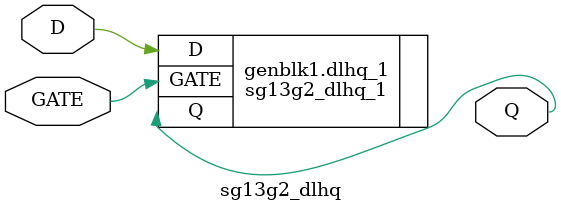
<source format=v>
`default_nettype none

module sg13g2_dlhq #(
    parameter integer DRIVE_LEVEL = 1
) (
    Q      ,
    D      ,
    GATE
);

    // Module ports
    output Q      ;
    input  D      ;
    input  GATE   ;

    generate
`ifdef SYNTHESIS
        if (DRIVE_LEVEL == 1) begin
            sg13g2_dlhq_1 dlhq_1 (
`ifdef USE_POWER_PINS
                .VPWR    (1'b1),
                .VGND    (1'b0),
                .VPB     (1'b1),
                .VNB     (1'b0),
`endif
                .Q       (Q),
                .D       (D),
                .GATE    (GATE)
            );
        end else begin
            // Check sg13g2 cell library for your requirement and add case
            $error("DRIVE_LEVEL=%d is not implemented", DRIVE_LEVEL);
        end
`else
        reg q;
        always_latch begin
            if(GATE)
                q = D;
        end
        assign Q = q;
`endif
    endgenerate

endmodule

</source>
